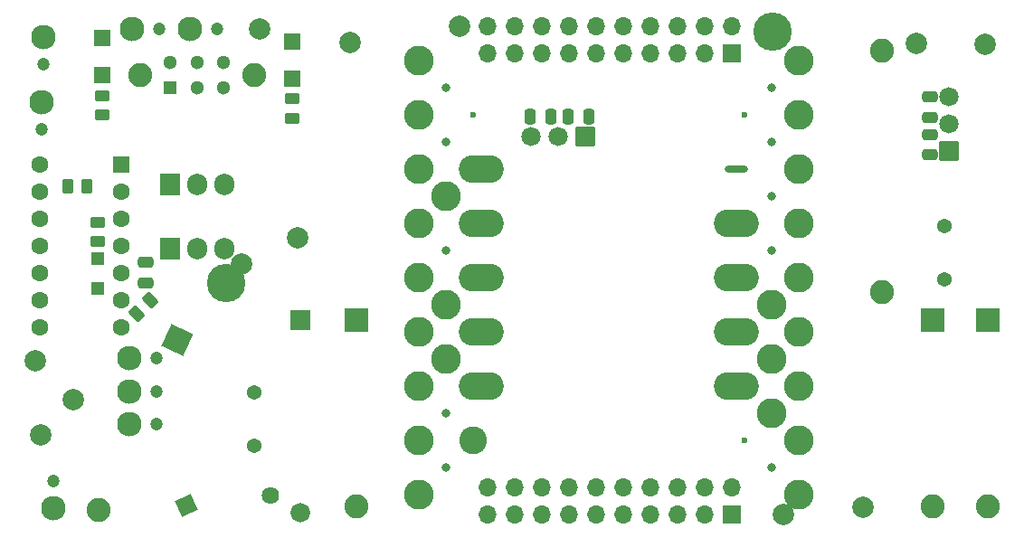
<source format=gts>
%TF.GenerationSoftware,KiCad,Pcbnew,9.0.7*%
%TF.CreationDate,2026-02-20T12:59:29-06:00*%
%TF.ProjectId,Lab2_starter,4c616232-5f73-4746-9172-7465722e6b69,rev?*%
%TF.SameCoordinates,Original*%
%TF.FileFunction,Soldermask,Top*%
%TF.FilePolarity,Negative*%
%FSLAX46Y46*%
G04 Gerber Fmt 4.6, Leading zero omitted, Abs format (unit mm)*
G04 Created by KiCad (PCBNEW 9.0.7) date 2026-02-20 12:59:29*
%MOMM*%
%LPD*%
G01*
G04 APERTURE LIST*
G04 Aperture macros list*
%AMRoundRect*
0 Rectangle with rounded corners*
0 $1 Rounding radius*
0 $2 $3 $4 $5 $6 $7 $8 $9 X,Y pos of 4 corners*
0 Add a 4 corners polygon primitive as box body*
4,1,4,$2,$3,$4,$5,$6,$7,$8,$9,$2,$3,0*
0 Add four circle primitives for the rounded corners*
1,1,$1+$1,$2,$3*
1,1,$1+$1,$4,$5*
1,1,$1+$1,$6,$7*
1,1,$1+$1,$8,$9*
0 Add four rect primitives between the rounded corners*
20,1,$1+$1,$2,$3,$4,$5,0*
20,1,$1+$1,$4,$5,$6,$7,0*
20,1,$1+$1,$6,$7,$8,$9,0*
20,1,$1+$1,$8,$9,$2,$3,0*%
%AMRotRect*
0 Rectangle, with rotation*
0 The origin of the aperture is its center*
0 $1 length*
0 $2 width*
0 $3 Rotation angle, in degrees counterclockwise*
0 Add horizontal line*
21,1,$1,$2,0,0,$3*%
G04 Aperture macros list end*
%ADD10R,1.700000X1.700000*%
%ADD11O,1.700000X1.700000*%
%ADD12C,2.300000*%
%ADD13C,1.200000*%
%ADD14RoundRect,0.250000X0.450000X-0.262500X0.450000X0.262500X-0.450000X0.262500X-0.450000X-0.262500X0*%
%ADD15C,3.600000*%
%ADD16RotRect,1.625600X1.625600X25.000000*%
%ADD17C,1.625600*%
%ADD18RoundRect,0.250000X0.132583X-0.503814X0.503814X-0.132583X-0.132583X0.503814X-0.503814X0.132583X0*%
%ADD19R,1.600000X1.500000*%
%ADD20RoundRect,0.250000X-0.475000X0.250000X-0.475000X-0.250000X0.475000X-0.250000X0.475000X0.250000X0*%
%ADD21R,1.828800X1.828800*%
%ADD22C,1.828800*%
%ADD23R,1.200000X1.200000*%
%ADD24R,1.905000X2.000000*%
%ADD25O,1.905000X2.000000*%
%ADD26RoundRect,0.250000X0.475000X-0.250000X0.475000X0.250000X-0.475000X0.250000X-0.475000X-0.250000X0*%
%ADD27R,2.250000X2.250000*%
%ADD28C,2.250000*%
%ADD29RoundRect,0.250000X-0.450000X0.262500X-0.450000X-0.262500X0.450000X-0.262500X0.450000X0.262500X0*%
%ADD30RoundRect,0.250000X0.250000X0.475000X-0.250000X0.475000X-0.250000X-0.475000X0.250000X-0.475000X0*%
%ADD31C,2.000000*%
%ADD32RoundRect,0.250000X0.262500X0.450000X-0.262500X0.450000X-0.262500X-0.450000X0.262500X-0.450000X0*%
%ADD33C,2.800000*%
%ADD34C,0.800000*%
%ADD35C,2.600000*%
%ADD36C,0.600000*%
%ADD37O,4.200000X2.600000*%
%ADD38O,2.200000X0.600000*%
%ADD39RoundRect,0.102000X0.802500X-0.802500X0.802500X0.802500X-0.802500X0.802500X-0.802500X-0.802500X0*%
%ADD40C,1.809000*%
%ADD41RoundRect,0.250000X-0.250000X-0.475000X0.250000X-0.475000X0.250000X0.475000X-0.250000X0.475000X0*%
%ADD42R,1.300000X1.300000*%
%ADD43C,1.300000*%
%ADD44C,1.371600*%
%ADD45RoundRect,0.250000X0.550000X0.550000X-0.550000X0.550000X-0.550000X-0.550000X0.550000X-0.550000X0*%
%ADD46C,1.600000*%
%ADD47RotRect,2.250000X2.250000X245.000000*%
%ADD48RoundRect,0.102000X0.802500X0.802500X-0.802500X0.802500X-0.802500X-0.802500X0.802500X-0.802500X0*%
G04 APERTURE END LIST*
D10*
%TO.C,U3*%
X87524600Y-95351600D03*
D11*
X84984600Y-95351600D03*
X82444600Y-95351600D03*
X79904600Y-95351600D03*
X77364600Y-95351600D03*
X74824600Y-95351600D03*
X72284600Y-95351600D03*
X69744600Y-95351600D03*
X67204600Y-95351600D03*
X64664600Y-95351600D03*
X64664600Y-135991600D03*
X67204600Y-135991600D03*
X69744600Y-135991600D03*
X72284600Y-135991600D03*
X74824600Y-135991600D03*
X77364600Y-135991600D03*
X79904600Y-135991600D03*
X82444600Y-135991600D03*
X84984600Y-135991600D03*
X87524600Y-135991600D03*
X87524600Y-92811600D03*
X84984600Y-92811600D03*
X82444600Y-92811600D03*
X79904600Y-92811600D03*
X77364600Y-92811600D03*
X74824600Y-92811600D03*
X72284600Y-92811600D03*
X69744600Y-92811600D03*
X67204600Y-92811600D03*
X64664600Y-92811600D03*
X64664600Y-138531600D03*
X67204600Y-138531600D03*
X69744600Y-138531600D03*
X72284600Y-138531600D03*
X74824600Y-138531600D03*
X77364600Y-138531600D03*
X79904600Y-138531600D03*
X82444600Y-138531600D03*
X84984600Y-138531600D03*
D10*
X87524600Y-138531600D03*
%TD*%
D12*
%TO.C,Vout sens*%
X36855400Y-93065600D03*
D13*
X39395400Y-93065600D03*
%TD*%
D14*
%TO.C,R13*%
X28194000Y-112946205D03*
X28194000Y-111121205D03*
%TD*%
D15*
%TO.C,J5*%
X40208200Y-116865400D03*
%TD*%
D16*
%TO.C,RV1*%
X36525200Y-137668000D03*
D17*
X44379054Y-136764133D03*
%TD*%
D18*
%TO.C,R4*%
X31866765Y-119689340D03*
X33157235Y-118398870D03*
%TD*%
D19*
%TO.C,D3*%
X28594000Y-97362505D03*
X28594000Y-93862505D03*
%TD*%
D12*
%TO.C,Vout*%
X24104600Y-137947400D03*
D13*
X24104600Y-135407400D03*
%TD*%
D20*
%TO.C,C10*%
X106070400Y-99420600D03*
X106070400Y-101320600D03*
%TD*%
D21*
%TO.C,D1*%
X47167800Y-120294400D03*
D22*
X47167800Y-138353800D03*
%TD*%
D23*
%TO.C,D2*%
X28200000Y-117366105D03*
X28200000Y-114566105D03*
%TD*%
D24*
%TO.C,Q1*%
X34960000Y-107616105D03*
D25*
X37500000Y-107616105D03*
X40040000Y-107616105D03*
%TD*%
D26*
%TO.C,C7*%
X106070400Y-104810600D03*
X106070400Y-102910600D03*
%TD*%
D27*
%TO.C,J1*%
X106324400Y-120282000D03*
D28*
X106324400Y-137782000D03*
%TD*%
D24*
%TO.C,Q2*%
X34960000Y-113616105D03*
D25*
X37500000Y-113616105D03*
X40040000Y-113616105D03*
%TD*%
D29*
%TO.C,R10*%
X28594000Y-99272005D03*
X28594000Y-101097005D03*
%TD*%
D30*
%TO.C,C13*%
X74168000Y-101231354D03*
X72268000Y-101231354D03*
%TD*%
D31*
%TO.C,GND*%
X111277400Y-94462600D03*
%TD*%
D19*
%TO.C,D4*%
X46374000Y-97690505D03*
X46374000Y-94190505D03*
%TD*%
D15*
%TO.C,J6*%
X91338400Y-93319600D03*
%TD*%
D12*
%TO.C,I_L*%
X31165800Y-130048000D03*
D13*
X33705800Y-130048000D03*
%TD*%
D12*
%TO.C,Vin_sens*%
X31165800Y-126974600D03*
D13*
X33705800Y-126974600D03*
%TD*%
D12*
%TO.C,Vsw*%
X31165799Y-123850400D03*
D13*
X33705801Y-123850400D03*
%TD*%
D32*
%TO.C,R12*%
X27201500Y-107741105D03*
X25376500Y-107741105D03*
%TD*%
D29*
%TO.C,R11*%
X46374000Y-99600005D03*
X46374000Y-101425005D03*
%TD*%
D33*
%TO.C,LB1*%
X58293000Y-136601200D03*
X93853000Y-136601200D03*
D34*
X60833000Y-134061200D03*
X91313000Y-134061200D03*
D33*
X58293000Y-131521200D03*
D35*
X63373000Y-131521200D03*
D36*
X88773000Y-131521200D03*
D33*
X93853000Y-131521200D03*
D34*
X60833000Y-128981200D03*
D33*
X91313000Y-128981200D03*
X58293000Y-126441200D03*
D37*
X64135000Y-126441200D03*
X88011000Y-126441200D03*
D33*
X93853000Y-126441200D03*
X60833000Y-123901200D03*
X91313000Y-123901200D03*
X58293000Y-121361200D03*
D37*
X64135000Y-121361200D03*
X88011000Y-121361200D03*
D33*
X93853000Y-121361200D03*
X60833000Y-118821200D03*
X91313000Y-118821200D03*
X58293000Y-116281200D03*
D37*
X64135000Y-116281200D03*
X88011000Y-116281200D03*
D33*
X93853000Y-116281200D03*
D34*
X60833000Y-113741200D03*
X91313000Y-113741200D03*
D33*
X58293000Y-111201200D03*
D37*
X64135000Y-111201200D03*
X88011000Y-111201200D03*
D33*
X93853000Y-111201200D03*
X60833000Y-108661200D03*
D34*
X91313000Y-108661200D03*
D33*
X58293000Y-106121200D03*
D37*
X64135000Y-106121200D03*
D38*
X88011000Y-106121200D03*
D33*
X93853000Y-106121200D03*
D34*
X60833000Y-103581200D03*
X91313000Y-103581200D03*
D33*
X58293000Y-101041200D03*
D36*
X63373000Y-101041200D03*
X88773000Y-101041200D03*
D33*
X93853000Y-101041200D03*
D34*
X60833000Y-98501200D03*
X91313000Y-98501200D03*
D33*
X58293000Y-95961200D03*
X93853000Y-95961200D03*
%TD*%
D31*
%TO.C,Vin*%
X104851200Y-94411800D03*
%TD*%
D26*
%TO.C,C3*%
X32700000Y-116819105D03*
X32700000Y-114919105D03*
%TD*%
D39*
%TO.C,PS1*%
X107845400Y-104495600D03*
D40*
X107845400Y-101955600D03*
X107845400Y-99415600D03*
%TD*%
D41*
%TO.C,C17*%
X68712000Y-101231354D03*
X70612000Y-101231354D03*
%TD*%
D12*
%TO.C,D*%
X31394398Y-93065600D03*
D13*
X33934400Y-93065600D03*
%TD*%
D31*
%TO.C,Vboot*%
X22352000Y-124124105D03*
%TD*%
%TO.C,D'*%
X22910800Y-131013200D03*
%TD*%
%TO.C,GND*%
X25958800Y-127787400D03*
%TD*%
D28*
%TO.C,SW1*%
X32150000Y-97352505D03*
X42850000Y-97352505D03*
D42*
X35000000Y-98552505D03*
D43*
X37500000Y-98552505D03*
X40000000Y-98552505D03*
X40000000Y-96152505D03*
X37500000Y-96152505D03*
X35000000Y-96152505D03*
%TD*%
D44*
%TO.C,C6*%
X107442000Y-111476150D03*
X107442000Y-116476150D03*
%TD*%
D31*
%TO.C,GND*%
X92354400Y-138506200D03*
%TD*%
%TO.C,GND*%
X51816000Y-94310200D03*
%TD*%
D45*
%TO.C,U1*%
X30405000Y-105746105D03*
D46*
X30405000Y-108286105D03*
X30405000Y-110826105D03*
X30405000Y-113366105D03*
X30405000Y-115906105D03*
X30405000Y-118446105D03*
X30405000Y-120986105D03*
X22785000Y-120986105D03*
X22785000Y-118446105D03*
X22785000Y-115906105D03*
X22785000Y-113366105D03*
X22785000Y-110826105D03*
X22785000Y-108286105D03*
X22785000Y-105746105D03*
%TD*%
D31*
%TO.C,3V3*%
X43332400Y-93014800D03*
%TD*%
D28*
%TO.C,F1*%
X101600000Y-117675200D03*
X101600000Y-95075200D03*
%TD*%
D12*
%TO.C,C2D*%
X22987000Y-99867105D03*
D13*
X22987000Y-102407105D03*
%TD*%
D31*
%TO.C,Vsw*%
X41706800Y-115087400D03*
%TD*%
D27*
%TO.C,J3*%
X52400200Y-120269600D03*
D28*
X52400200Y-137769600D03*
%TD*%
D47*
%TO.C,J4*%
X35676510Y-122194007D03*
D28*
X28280690Y-138054393D03*
%TD*%
D12*
%TO.C,C2D'*%
X23114000Y-93771105D03*
D13*
X23114000Y-96311105D03*
%TD*%
D31*
%TO.C,GND*%
X46939200Y-112598200D03*
%TD*%
%TO.C,12V*%
X62077600Y-92811600D03*
%TD*%
D44*
%TO.C,C16*%
X42875200Y-127046350D03*
X42875200Y-132046350D03*
%TD*%
D48*
%TO.C,PS2*%
X73846900Y-103095986D03*
D40*
X71306900Y-103095986D03*
X68766900Y-103095986D03*
%TD*%
D31*
%TO.C,Vin_Unfused*%
X99872800Y-137795000D03*
%TD*%
D27*
%TO.C,J2*%
X111556800Y-120282000D03*
D28*
X111556800Y-137782000D03*
%TD*%
M02*

</source>
